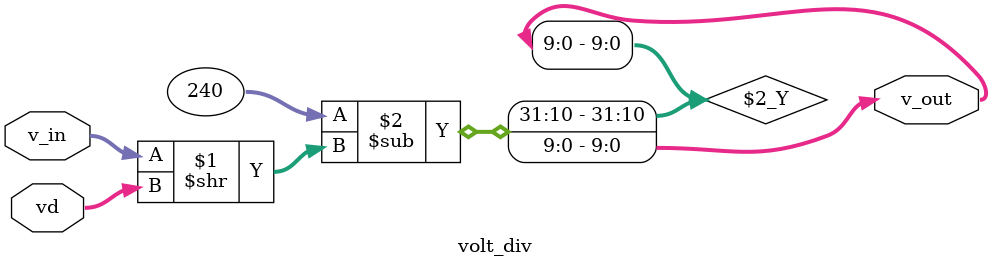
<source format=v>
module volt_div(input signed [8:0] v_in, input [1:0] vd, output [9:0] v_out);
	assign v_out = 240 - (v_in >> vd);
endmodule

</source>
